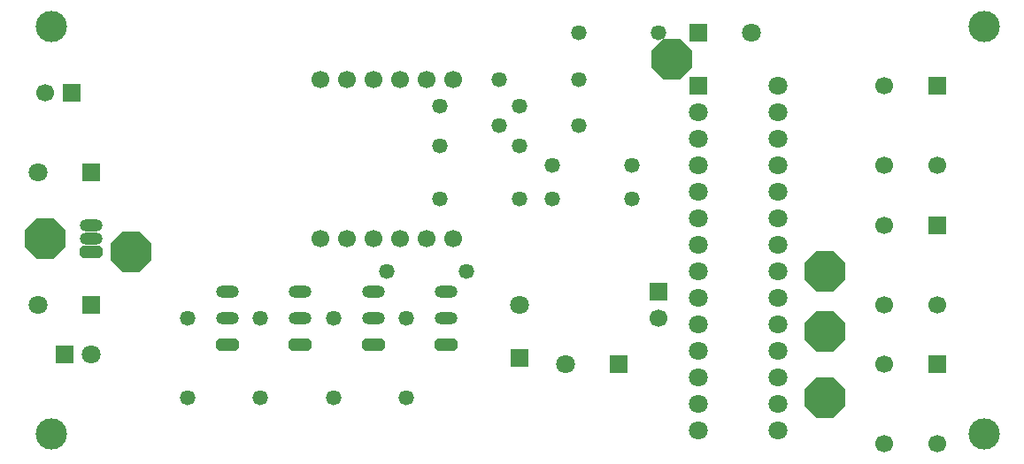
<source format=gbr>
G04 DipTrace 3.3.1.3*
G04 BottomMask.gbr*
%MOIN*%
G04 #@! TF.FileFunction,Soldermask,Bot*
G04 #@! TF.Part,Single*
%AMOUTLINE1*
4,1,8,
0.031763,0.076684,
-0.031763,0.076684,
-0.076684,0.031763,
-0.076684,-0.031763,
-0.031763,-0.076684,
0.031763,-0.076684,
0.076684,-0.031763,
0.076684,0.031763,
0.031763,0.076684,
0*%
%AMOUTLINE4*
4,1,8,
-0.076684,0.031763,
-0.076684,-0.031763,
-0.031763,-0.076684,
0.031763,-0.076684,
0.076684,-0.031763,
0.076684,0.031763,
0.031763,0.076684,
-0.031763,0.076684,
-0.076684,0.031763,
0*%
%AMOUTLINE7*
4,1,8,
-0.031158,0.023622,
-0.043307,0.011473,
-0.043307,-0.011473,
-0.031158,-0.023622,
0.031158,-0.023622,
0.043307,-0.011473,
0.043307,0.011473,
0.031158,0.023622,
-0.031158,0.023622,
0*%
%ADD24C,0.11811*%
%ADD30C,0.057874*%
%ADD32C,0.057874*%
%ADD34O,0.086614X0.047244*%
%ADD36C,0.066929*%
%ADD38R,0.066929X0.066929*%
%ADD40R,0.070866X0.070866*%
%ADD42C,0.070866*%
%ADD49OUTLINE1*%
%ADD52OUTLINE4*%
%ADD55OUTLINE7*%
%FSLAX26Y26*%
G04*
G70*
G90*
G75*
G01*
G04 BotMask*
%LPD*%
D42*
X2368701Y1106201D3*
D40*
Y906201D3*
D42*
X2543701Y881201D3*
D40*
X2743701D3*
D42*
X556201Y1606201D3*
D40*
X756201D3*
D42*
X556201Y1106201D3*
D40*
X756201D3*
X656201Y918701D3*
D42*
X756201D3*
X3243701Y2131201D3*
D40*
X3043701D3*
D49*
X581201Y1356201D3*
D24*
X606201Y618701D3*
Y2156201D3*
X4118701Y618701D3*
Y2156201D3*
D38*
X681201Y1906201D3*
D36*
X581201D3*
X1618701Y1356201D3*
X1718701D3*
X1818701D3*
X1918701D3*
X2018701D3*
X1618701Y1956201D3*
X1718701D3*
X1818701D3*
X1918701D3*
X2018701D3*
X2118701Y1356201D3*
Y1956201D3*
D52*
X3518701Y1006201D3*
Y756201D3*
D55*
X1818701Y956201D3*
D34*
Y1056201D3*
Y1156201D3*
D55*
X1543701Y956201D3*
D34*
Y1056201D3*
Y1156201D3*
D55*
X1268701Y956201D3*
D34*
Y1056201D3*
Y1156201D3*
D55*
X2093701Y956201D3*
D34*
Y1056201D3*
Y1156201D3*
D38*
X2893701D3*
D36*
Y1056201D3*
D32*
X2293701Y1781201D3*
D30*
X2593701D3*
D32*
X2293701Y1956201D3*
D30*
X2593701D3*
D32*
X2493701Y1631201D3*
D30*
X2793701D3*
D32*
X2493701Y1506201D3*
D30*
X2793701D3*
D32*
X2068701Y1706201D3*
D30*
X2368701D3*
D32*
X2068701Y1856201D3*
D30*
X2368701D3*
D32*
X2068701Y1506201D3*
D30*
X2368701D3*
D32*
X1868701Y1231201D3*
D30*
X2168701D3*
D32*
X1668701Y756201D3*
D30*
Y1056201D3*
D32*
X1393701Y756201D3*
D30*
Y1056201D3*
D32*
X1118701Y756201D3*
D30*
Y1056201D3*
D32*
X1943701Y756201D3*
D30*
Y1056201D3*
D32*
X2893701Y2131201D3*
D30*
X2593701D3*
D52*
X2943701Y2031201D3*
D38*
X3943701Y881201D3*
D36*
X3743701D3*
Y581201D3*
X3943701D3*
D38*
Y1406201D3*
D36*
X3743701D3*
Y1106201D3*
X3943701D3*
D38*
Y1931201D3*
D36*
X3743701D3*
Y1631201D3*
X3943701D3*
D52*
X3518701Y1231201D3*
D40*
X3043701Y1931201D3*
D42*
Y1831201D3*
Y1731201D3*
Y1631201D3*
Y1531201D3*
Y1431201D3*
Y1331201D3*
Y1231201D3*
Y1131201D3*
Y1031201D3*
Y931201D3*
Y831201D3*
Y731201D3*
Y631201D3*
X3343701D3*
Y731201D3*
Y831201D3*
Y931201D3*
Y1031201D3*
Y1131201D3*
Y1231201D3*
Y1331201D3*
Y1431201D3*
Y1531201D3*
Y1631201D3*
Y1731201D3*
Y1831201D3*
Y1931201D3*
D55*
X756201Y1306201D3*
D34*
Y1356201D3*
Y1406201D3*
D49*
X906201Y1306201D3*
M02*

</source>
